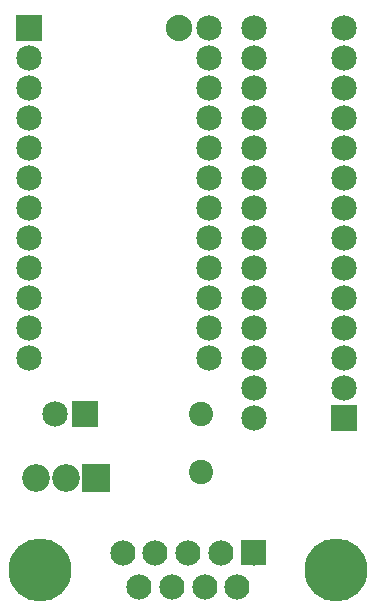
<source format=gbs>
G04 MADE WITH FRITZING*
G04 WWW.FRITZING.ORG*
G04 DOUBLE SIDED*
G04 HOLES PLATED*
G04 CONTOUR ON CENTER OF CONTOUR VECTOR*
%ASAXBY*%
%FSLAX23Y23*%
%MOIN*%
%OFA0B0*%
%SFA1.0B1.0*%
%ADD10C,0.085000*%
%ADD11C,0.084000*%
%ADD12C,0.210000*%
%ADD13C,0.092000*%
%ADD14C,0.080925*%
%ADD15C,0.080866*%
%ADD16C,0.088000*%
%ADD17R,0.085000X0.085000*%
%ADD18R,0.092000X0.092000*%
%ADD19R,0.001000X0.001000*%
%LNMASK0*%
G90*
G70*
G54D10*
X290Y648D03*
X190Y648D03*
G54D11*
X853Y186D03*
X743Y186D03*
X634Y186D03*
X525Y186D03*
X416Y186D03*
X798Y74D03*
X689Y74D03*
X580Y74D03*
X471Y74D03*
G54D12*
X1127Y130D03*
X142Y130D03*
G54D10*
X1153Y636D03*
X853Y636D03*
X1153Y736D03*
X853Y736D03*
X1153Y836D03*
X853Y836D03*
X1153Y936D03*
X853Y936D03*
X1153Y1036D03*
X853Y1036D03*
X1153Y1136D03*
X853Y1136D03*
X1153Y1236D03*
X853Y1236D03*
X1153Y1336D03*
X853Y1336D03*
X1153Y1436D03*
X853Y1436D03*
X1153Y1536D03*
X853Y1536D03*
X1153Y1636D03*
X853Y1636D03*
X1153Y1736D03*
X853Y1736D03*
X1153Y1836D03*
X853Y1836D03*
X1153Y1936D03*
X853Y1936D03*
X103Y1936D03*
X703Y1936D03*
X103Y1836D03*
X703Y1836D03*
X103Y1736D03*
X703Y1736D03*
X103Y1636D03*
X703Y1636D03*
X103Y1536D03*
X703Y1536D03*
X103Y1436D03*
X703Y1436D03*
X103Y1336D03*
X703Y1336D03*
X103Y1236D03*
X703Y1236D03*
X103Y1136D03*
X703Y1136D03*
X103Y1036D03*
X703Y1036D03*
X103Y936D03*
X703Y936D03*
X103Y836D03*
X703Y836D03*
G54D13*
X328Y436D03*
X228Y436D03*
X128Y436D03*
G54D14*
X678Y455D03*
G54D15*
X678Y648D03*
G54D16*
X603Y1936D03*
G54D17*
X290Y648D03*
X1153Y636D03*
X103Y1936D03*
G54D18*
X328Y436D03*
G54D19*
X810Y228D02*
X893Y228D01*
X810Y227D02*
X893Y227D01*
X810Y226D02*
X893Y226D01*
X810Y225D02*
X893Y225D01*
X810Y224D02*
X893Y224D01*
X810Y223D02*
X893Y223D01*
X810Y222D02*
X893Y222D01*
X810Y221D02*
X893Y221D01*
X810Y220D02*
X893Y220D01*
X810Y219D02*
X893Y219D01*
X810Y218D02*
X893Y218D01*
X810Y217D02*
X893Y217D01*
X810Y216D02*
X893Y216D01*
X810Y215D02*
X893Y215D01*
X810Y214D02*
X893Y214D01*
X810Y213D02*
X893Y213D01*
X810Y212D02*
X893Y212D01*
X810Y211D02*
X893Y211D01*
X810Y210D02*
X893Y210D01*
X810Y209D02*
X893Y209D01*
X810Y208D02*
X893Y208D01*
X810Y207D02*
X893Y207D01*
X810Y206D02*
X893Y206D01*
X810Y205D02*
X893Y205D01*
X810Y204D02*
X893Y204D01*
X810Y203D02*
X893Y203D01*
X810Y202D02*
X893Y202D01*
X810Y201D02*
X847Y201D01*
X856Y201D02*
X893Y201D01*
X810Y200D02*
X845Y200D01*
X858Y200D02*
X893Y200D01*
X810Y199D02*
X843Y199D01*
X860Y199D02*
X893Y199D01*
X810Y198D02*
X842Y198D01*
X861Y198D02*
X893Y198D01*
X810Y197D02*
X840Y197D01*
X863Y197D02*
X893Y197D01*
X810Y196D02*
X840Y196D01*
X863Y196D02*
X893Y196D01*
X810Y195D02*
X839Y195D01*
X864Y195D02*
X893Y195D01*
X810Y194D02*
X838Y194D01*
X865Y194D02*
X893Y194D01*
X810Y193D02*
X837Y193D01*
X865Y193D02*
X893Y193D01*
X810Y192D02*
X837Y192D01*
X866Y192D02*
X893Y192D01*
X810Y191D02*
X837Y191D01*
X866Y191D02*
X893Y191D01*
X810Y190D02*
X836Y190D01*
X867Y190D02*
X893Y190D01*
X810Y189D02*
X836Y189D01*
X867Y189D02*
X893Y189D01*
X810Y188D02*
X836Y188D01*
X867Y188D02*
X893Y188D01*
X810Y187D02*
X836Y187D01*
X867Y187D02*
X893Y187D01*
X810Y186D02*
X836Y186D01*
X867Y186D02*
X893Y186D01*
X810Y185D02*
X836Y185D01*
X867Y185D02*
X893Y185D01*
X810Y184D02*
X836Y184D01*
X867Y184D02*
X893Y184D01*
X810Y183D02*
X836Y183D01*
X867Y183D02*
X893Y183D01*
X810Y182D02*
X837Y182D01*
X866Y182D02*
X893Y182D01*
X810Y181D02*
X837Y181D01*
X866Y181D02*
X893Y181D01*
X810Y180D02*
X837Y180D01*
X866Y180D02*
X893Y180D01*
X810Y179D02*
X838Y179D01*
X865Y179D02*
X893Y179D01*
X810Y178D02*
X839Y178D01*
X864Y178D02*
X893Y178D01*
X810Y177D02*
X839Y177D01*
X864Y177D02*
X893Y177D01*
X810Y176D02*
X840Y176D01*
X863Y176D02*
X893Y176D01*
X810Y175D02*
X841Y175D01*
X862Y175D02*
X893Y175D01*
X810Y174D02*
X843Y174D01*
X860Y174D02*
X893Y174D01*
X810Y173D02*
X844Y173D01*
X859Y173D02*
X893Y173D01*
X810Y172D02*
X847Y172D01*
X856Y172D02*
X893Y172D01*
X810Y171D02*
X893Y171D01*
X810Y170D02*
X893Y170D01*
X810Y169D02*
X893Y169D01*
X810Y168D02*
X893Y168D01*
X810Y167D02*
X893Y167D01*
X810Y166D02*
X893Y166D01*
X810Y165D02*
X893Y165D01*
X810Y164D02*
X893Y164D01*
X810Y163D02*
X893Y163D01*
X810Y162D02*
X893Y162D01*
X810Y161D02*
X893Y161D01*
X810Y160D02*
X893Y160D01*
X810Y159D02*
X893Y159D01*
X810Y158D02*
X893Y158D01*
X810Y157D02*
X893Y157D01*
X810Y156D02*
X893Y156D01*
X810Y155D02*
X893Y155D01*
X810Y154D02*
X893Y154D01*
X810Y153D02*
X893Y153D01*
X810Y152D02*
X893Y152D01*
X810Y151D02*
X893Y151D01*
X810Y150D02*
X893Y150D01*
X810Y149D02*
X893Y149D01*
X810Y148D02*
X893Y148D01*
X810Y147D02*
X893Y147D01*
X810Y146D02*
X893Y146D01*
X810Y145D02*
X893Y145D01*
D02*
G04 End of Mask0*
M02*
</source>
